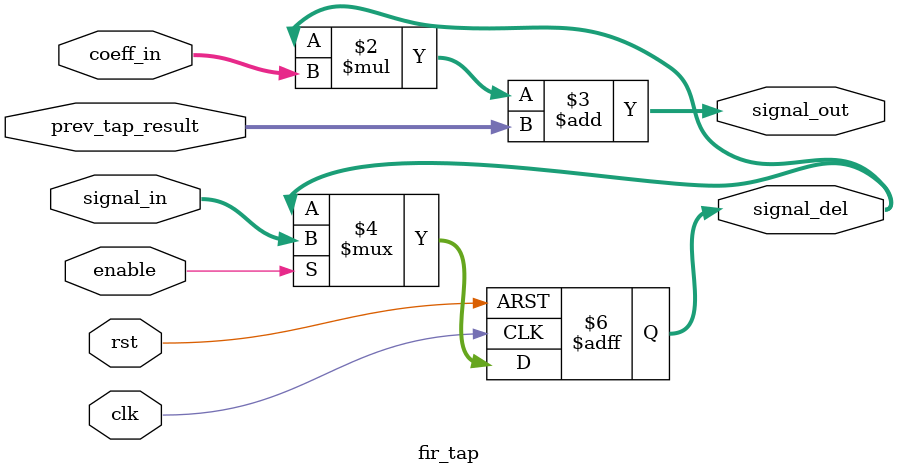
<source format=sv>
module fir_tap(
    input  logic clk, rst, enable,
    input  logic [15:0] coeff_in, signal_in, prev_tap_result,
    output logic [15:0] signal_del, signal_out);

    // Delay one cycle the input signal
    always_ff @(posedge clk or posedge rst) begin
        if(rst)
            signal_del <= '0;
        else
            if(enable)
                signal_del <= signal_in;
    end

    // Combinational logic of one Multiplier-Accumulator (MAC)
    assign signal_out = (signal_del * coeff_in) + prev_tap_result;

endmodule // fir_tap
</source>
